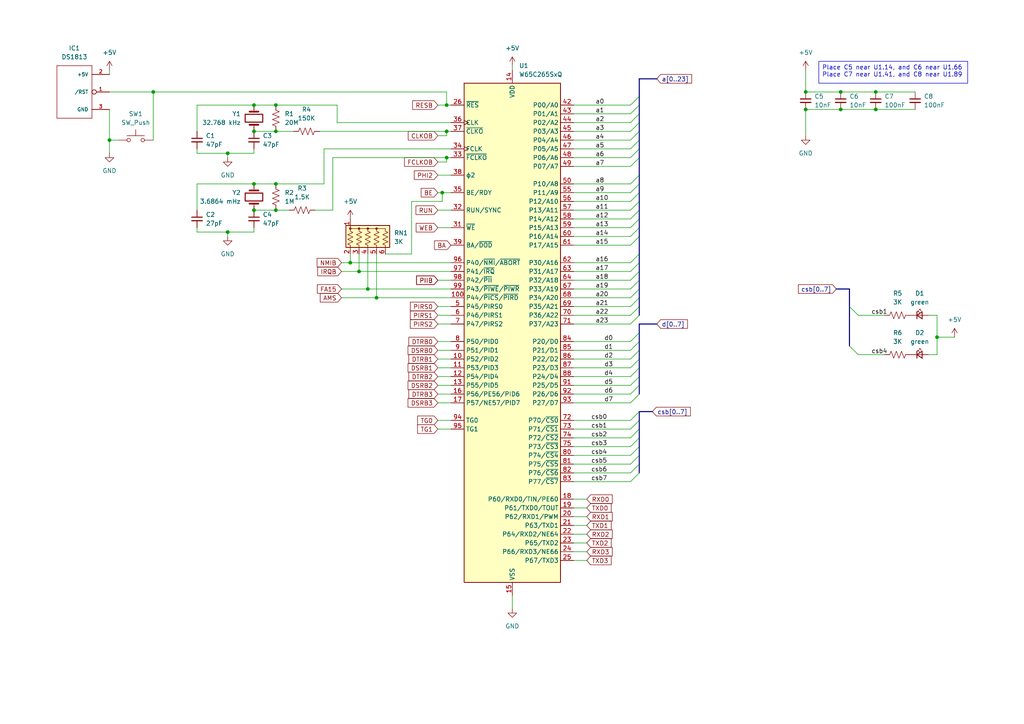
<source format=kicad_sch>
(kicad_sch (version 20250114) (generator "eeschema") (generator_version "9.0")
  (paper "A4")
  (lib_symbols
    (symbol "Device:C_Small" (pin_numbers (hide yes)) (pin_names (offset 0.254) (hide yes))
      (property "Reference" "C" (at 0.254 1.778 0))
      (property "Value" "C_Small" (at 0.254 -2.032 0))
      (symbol "C_Small_0_1"
        (polyline (pts (xy -1.524 0.508) (xy 1.524 0.508)) (stroke (width 0.3048)))
        (polyline (pts (xy -1.524 -0.508) (xy 1.524 -0.508)) (stroke (width 0.3302)))
      )
      (symbol "C_Small_1_1"
        (pin passive line (at 0 2.54 270) (length 2.032) (name "~") (number "1"))
        (pin passive line (at 0 -2.54 90) (length 2.032) (name "~") (number "2"))
      )
    )
    (symbol "Device:Crystal" (pin_numbers (hide yes)) (pin_names (offset 1.016) (hide yes))
      (property "Reference" "Y" (at 0 3.81 0))
      (property "Value" "Crystal" (at 0 -3.81 0))
      (symbol "Crystal_0_1"
        (polyline (pts (xy -2.54 0) (xy -1.905 0)))
        (polyline (pts (xy -1.905 -1.27) (xy -1.905 1.27)) (stroke (width 0.508)))
        (rectangle (start -1.143 2.54) (end 1.143 -2.54) (stroke (width 0.3048)))
        (polyline (pts (xy 1.905 -1.27) (xy 1.905 1.27)) (stroke (width 0.508)))
        (polyline (pts (xy 2.54 0) (xy 1.905 0)))
      )
      (symbol "Crystal_1_1"
        (pin passive line (at -3.81 0 0) (length 1.27) (name "1") (number "1"))
        (pin passive line (at 3.81 0 180) (length 1.27) (name "2") (number "2"))
      )
    )
    (symbol "Device:LED_Small" (pin_numbers (hide yes)) (pin_names (offset 0.254) (hide yes))
      (property "Reference" "D" (at -1.27 3.175 0))
      (property "Value" "LED_Small" (at -4.445 -2.54 0))
      (symbol "LED_Small_0_1"
        (polyline (pts (xy -0.762 -1.016) (xy -0.762 1.016)) (stroke (width 0.254)))
        (polyline (pts (xy 0 0.762) (xy -0.508 1.27) (xy -0.254 1.27) (xy -0.508 1.27) (xy -0.508 1.016)))
        (polyline (pts (xy 0.508 1.27) (xy 0 1.778) (xy 0.254 1.778) (xy 0 1.778) (xy 0 1.524)))
        (polyline (pts (xy 0.762 -1.016) (xy -0.762 0) (xy 0.762 1.016) (xy 0.762 -1.016)) (stroke (width 0.254)))
        (polyline (pts (xy 1.016 0) (xy -0.762 0)))
      )
      (symbol "LED_Small_1_1"
        (pin passive line (at -2.54 0 0) (length 1.778) (name "K") (number "1"))
        (pin passive line (at 2.54 0 180) (length 1.778) (name "A") (number "2"))
      )
    )
    (symbol "Device:R_Network05_US" (pin_names (offset 0) (hide yes))
      (property "Reference" "RN" (at -7.62 0 90))
      (property "Value" "R_Network05_US" (at 7.62 0 90))
      (symbol "R_Network05_US_0_1"
        (rectangle (start -6.35 -3.175) (end 6.35 3.175) (stroke (width 0.254)) (fill (type background)))
        (circle (center -5.08 2.286) (radius 0.254) (fill (type outline)))
        (polyline (pts (xy -5.08 2.286) (xy 5.08 2.286)))
        (polyline (pts (xy -5.08 2.286) (xy -5.08 1.524) (xy -4.318 1.1684) (xy -5.842 0.508) (xy -4.318 -0.1524) (xy -5.842 -0.8382) (xy -4.318 -1.524) (xy -5.842 -2.1844) (xy -5.08 -2.54) (xy -5.08 -3.81)))
        (circle (center -2.54 2.286) (radius 0.254) (fill (type outline)))
        (polyline (pts (xy -2.54 2.286) (xy -2.54 1.524) (xy -1.778 1.1684) (xy -3.302 0.508) (xy -1.778 -0.1524) (xy -3.302 -0.8382) (xy -1.778 -1.524) (xy -3.302 -2.1844) (xy -2.54 -2.54) (xy -2.54 -3.81)))
        (circle (center 0 2.286) (radius 0.254) (fill (type outline)))
        (polyline (pts (xy 0 2.286) (xy 0 1.524) (xy 0.762 1.1684) (xy -0.762 0.508) (xy 0.762 -0.1524) (xy -0.762 -0.8382) (xy 0.762 -1.524) (xy -0.762 -2.1844) (xy 0 -2.54) (xy 0 -3.81)))
        (polyline (pts (xy 2.54 2.286) (xy 2.54 1.524) (xy 3.302 1.1684) (xy 1.778 0.508) (xy 3.302 -0.1524) (xy 1.778 -0.8382) (xy 3.302 -1.524) (xy 1.778 -2.1844) (xy 2.54 -2.54) (xy 2.54 -3.81)))
        (circle (center 2.54 2.286) (radius 0.254) (fill (type outline)))
        (polyline (pts (xy 5.08 2.286) (xy 5.08 1.524) (xy 5.842 1.1684) (xy 4.318 0.508) (xy 5.842 -0.1524) (xy 4.318 -0.8382) (xy 5.842 -1.524) (xy 4.318 -2.1844) (xy 5.08 -2.54) (xy 5.08 -3.81)))
      )
      (symbol "R_Network05_US_1_1"
        (pin passive line (at -5.08 5.08 270) (length 2.54) (name "common") (number "1"))
        (pin passive line (at -5.08 -5.08 90) (length 1.27) (name "R1") (number "2"))
        (pin passive line (at -2.54 -5.08 90) (length 1.27) (name "R2") (number "3"))
        (pin passive line (at 0 -5.08 90) (length 1.27) (name "R3") (number "4"))
        (pin passive line (at 2.54 -5.08 90) (length 1.27) (name "R4") (number "5"))
        (pin passive line (at 5.08 -5.08 90) (length 1.27) (name "R5") (number "6"))
      )
    )
    (symbol "Device:R_US" (pin_numbers (hide yes)) (pin_names (offset 0))
      (property "Reference" "R" (at 2.54 0 90))
      (property "Value" "R_US" (at -2.54 0 90))
      (symbol "R_US_0_1"
        (polyline (pts (xy 0 2.286) (xy 0 2.54)))
        (polyline (pts (xy 0 2.286) (xy 1.016 1.905) (xy 0 1.524) (xy -1.016 1.143) (xy 0 0.762)))
        (polyline (pts (xy 0 0.762) (xy 1.016 0.381) (xy 0 0) (xy -1.016 -0.381) (xy 0 -0.762)))
        (polyline (pts (xy 0 -0.762) (xy 1.016 -1.143) (xy 0 -1.524) (xy -1.016 -1.905) (xy 0 -2.286)))
        (polyline (pts (xy 0 -2.286) (xy 0 -2.54)))
      )
      (symbol "R_US_1_1"
        (pin passive line (at 0 3.81 270) (length 1.27) (name "~") (number "1"))
        (pin passive line (at 0 -3.81 90) (length 1.27) (name "~") (number "2"))
      )
    )
    (symbol "PCM_65xx-library:W65C265SxQ"
      (property "Reference" "U" (at 2.54 77.47 0))
      (property "Value" "W65C265SxQ" (at 2.54 74.93 0))
      (symbol "W65C265SxQ_0_1"
        (rectangle (start -13.97 72.39) (end 13.97 -72.39) (stroke (width 0.254)) (fill (type background)))
      )
      (symbol "W65C265SxQ_1_1"
        (pin open_collector line (at -17.78 66.04 0) (length 3.81) (name "~{RES}") (number "26"))
        (pin input clock (at -17.78 60.96 0) (length 3.81) (name "CLK") (number "36"))
        (pin output line (at -17.78 58.42 0) (length 3.81) (name "~{CLKO}") (number "37"))
        (pin input clock (at -17.78 53.34 0) (length 3.81) (name "FCLK") (number "34"))
        (pin output line (at -17.78 50.8 0) (length 3.81) (name "~{FCLKO}") (number "33"))
        (pin output line (at -17.78 45.72 0) (length 3.81) (name "ϕ2") (number "38"))
        (pin input line (at -17.78 40.64 0) (length 3.81) (name "BE/RDY") (number "35"))
        (pin output line (at -17.78 35.56 0) (length 3.81) (name "RUN/SYNC") (number "32"))
        (pin bidirectional line (at -17.78 30.48 0) (length 3.81) (name "~{WE}") (number "31"))
        (pin output line (at -17.78 25.4 0) (length 3.81) (name "BA/~{DOD}") (number "39"))
        (pin bidirectional line (at -17.78 20.32 0) (length 3.81) (name "P40/~{NMI}/~{ABORT}") (number "96"))
        (pin bidirectional line (at -17.78 17.78 0) (length 3.81) (name "P41/~{IRQ}") (number "97"))
        (pin bidirectional line (at -17.78 15.24 0) (length 3.81) (name "P42/~{PII}") (number "98"))
        (pin bidirectional line (at -17.78 12.7 0) (length 3.81) (name "P43/~{PIWE}/~{PIWR}") (number "99"))
        (pin bidirectional line (at -17.78 10.16 0) (length 3.81) (name "P44/~{PICS}/~{PIRD}") (number "100"))
        (pin bidirectional line (at -17.78 7.62 0) (length 3.81) (name "P45/PIRS0") (number "5"))
        (pin bidirectional line (at -17.78 5.08 0) (length 3.81) (name "P46/PIRS1") (number "6"))
        (pin bidirectional line (at -17.78 2.54 0) (length 3.81) (name "P47/PIRS2") (number "7"))
        (pin bidirectional line (at -17.78 -2.54 0) (length 3.81) (name "P50/PID0") (number "8"))
        (pin bidirectional line (at -17.78 -5.08 0) (length 3.81) (name "P51/PID1") (number "9"))
        (pin bidirectional line (at -17.78 -7.62 0) (length 3.81) (name "P52/PID2") (number "10"))
        (pin bidirectional line (at -17.78 -10.16 0) (length 3.81) (name "P53/PID3") (number "11"))
        (pin bidirectional line (at -17.78 -12.7 0) (length 3.81) (name "P54/PID4") (number "12"))
        (pin bidirectional line (at -17.78 -15.24 0) (length 3.81) (name "P55/PID5") (number "13"))
        (pin bidirectional line (at -17.78 -17.78 0) (length 3.81) (name "P56/PE56/PID6") (number "16"))
        (pin bidirectional line (at -17.78 -20.32 0) (length 3.81) (name "P57/NE57/PID7") (number "17"))
        (pin output line (at -17.78 -25.4 0) (length 3.81) (name "TG0") (number "94"))
        (pin output line (at -17.78 -27.94 0) (length 3.81) (name "TG1") (number "95"))
        (pin no_connect non_logic (at -13.97 -30.48 0) (length 2.54) (hide yes) (name "nc") (number "1"))
        (pin no_connect non_logic (at -13.97 -33.02 0) (length 2.54) (hide yes) (name "nc") (number "2"))
        (pin no_connect non_logic (at -13.97 -35.56 0) (length 2.54) (hide yes) (name "nc") (number "3"))
        (pin no_connect non_logic (at -13.97 -38.1 0) (length 2.54) (hide yes) (name "nc") (number "4"))
        (pin no_connect non_logic (at -13.97 -40.64 0) (length 2.54) (hide yes) (name "nc") (number "27"))
        (pin no_connect non_logic (at -13.97 -43.18 0) (length 2.54) (hide yes) (name "nc") (number "28"))
        (pin no_connect non_logic (at -13.97 -45.72 0) (length 2.54) (hide yes) (name "nc") (number "29"))
        (pin no_connect non_logic (at -13.97 -48.26 0) (length 2.54) (hide yes) (name "nc") (number "30"))
        (pin no_connect non_logic (at -13.97 -50.8 0) (length 2.54) (hide yes) (name "nc") (number "51"))
        (pin no_connect non_logic (at -13.97 -53.34 0) (length 2.54) (hide yes) (name "nc") (number "52"))
        (pin no_connect non_logic (at -13.97 -55.88 0) (length 2.54) (hide yes) (name "nc") (number "53"))
        (pin no_connect non_logic (at -13.97 -58.42 0) (length 2.54) (hide yes) (name "nc") (number "54"))
        (pin no_connect non_logic (at -13.97 -60.96 0) (length 2.54) (hide yes) (name "nc") (number "76"))
        (pin no_connect non_logic (at -13.97 -63.5 0) (length 2.54) (hide yes) (name "nc") (number "77"))
        (pin no_connect non_logic (at -13.97 -66.04 0) (length 2.54) (hide yes) (name "nc") (number "78"))
        (pin no_connect non_logic (at -13.97 -68.58 0) (length 2.54) (hide yes) (name "nc") (number "79"))
        (pin power_in line (at 0 76.2 270) (length 3.81) (name "VDD") (number "14"))
        (pin passive line (at 0 76.2 270) (length 3.81) (hide yes) (name "VDD") (number "41"))
        (pin passive line (at 0 76.2 270) (length 3.81) (hide yes) (name "VDD") (number "66"))
        (pin passive line (at 0 76.2 270) (length 3.81) (hide yes) (name "VDD") (number "89"))
        (pin power_in line (at 0 -76.2 90) (length 3.81) (name "VSS") (number "15"))
        (pin passive line (at 0 -76.2 90) (length 3.81) (hide yes) (name "VSS") (number "40"))
        (pin passive line (at 0 -76.2 90) (length 3.81) (hide yes) (name "VSS") (number "65"))
        (pin passive line (at 0 -76.2 90) (length 3.81) (hide yes) (name "VSS") (number "90"))
        (pin bidirectional line (at 17.78 66.04 180) (length 3.81) (name "P00/A0") (number "42"))
        (pin bidirectional line (at 17.78 63.5 180) (length 3.81) (name "P01/A1") (number "43"))
        (pin bidirectional line (at 17.78 60.96 180) (length 3.81) (name "P02/A2") (number "44"))
        (pin bidirectional line (at 17.78 58.42 180) (length 3.81) (name "P03/A3") (number "45"))
        (pin bidirectional line (at 17.78 55.88 180) (length 3.81) (name "P04/A4") (number "46"))
        (pin bidirectional line (at 17.78 53.34 180) (length 3.81) (name "P05/A5") (number "47"))
        (pin bidirectional line (at 17.78 50.8 180) (length 3.81) (name "P06/A6") (number "48"))
        (pin bidirectional line (at 17.78 48.26 180) (length 3.81) (name "P07/A7") (number "49"))
        (pin bidirectional line (at 17.78 43.18 180) (length 3.81) (name "P10/A8") (number "50"))
        (pin bidirectional line (at 17.78 40.64 180) (length 3.81) (name "P11/A9") (number "55"))
        (pin bidirectional line (at 17.78 38.1 180) (length 3.81) (name "P12/A10") (number "56"))
        (pin bidirectional line (at 17.78 35.56 180) (length 3.81) (name "P13/A11") (number "57"))
        (pin bidirectional line (at 17.78 33.02 180) (length 3.81) (name "P14/A12") (number "58"))
        (pin bidirectional line (at 17.78 30.48 180) (length 3.81) (name "P15/A13") (number "59"))
        (pin bidirectional line (at 17.78 27.94 180) (length 3.81) (name "P16/A14") (number "60"))
        (pin bidirectional line (at 17.78 25.4 180) (length 3.81) (name "P17/A15") (number "61"))
        (pin bidirectional line (at 17.78 20.32 180) (length 3.81) (name "P30/A16") (number "62"))
        (pin bidirectional line (at 17.78 17.78 180) (length 3.81) (name "P31/A17") (number "63"))
        (pin bidirectional line (at 17.78 15.24 180) (length 3.81) (name "P32/A18") (number "64"))
        (pin bidirectional line (at 17.78 12.7 180) (length 3.81) (name "P33/A19") (number "67"))
        (pin bidirectional line (at 17.78 10.16 180) (length 3.81) (name "P34/A20") (number "68"))
        (pin bidirectional line (at 17.78 7.62 180) (length 3.81) (name "P35/A21") (number "69"))
        (pin bidirectional line (at 17.78 5.08 180) (length 3.81) (name "P36/A22") (number "70"))
        (pin bidirectional line (at 17.78 2.54 180) (length 3.81) (name "P37/A23") (number "71"))
        (pin bidirectional line (at 17.78 -2.54 180) (length 3.81) (name "P20/D0") (number "84"))
        (pin bidirectional line (at 17.78 -5.08 180) (length 3.81) (name "P21/D1") (number "85"))
        (pin bidirectional line (at 17.78 -7.62 180) (length 3.81) (name "P22/D2") (number "86"))
        (pin bidirectional line (at 17.78 -10.16 180) (length 3.81) (name "P23/D3") (number "87"))
        (pin bidirectional line (at 17.78 -12.7 180) (length 3.81) (name "P24/D4") (number "88"))
        (pin bidirectional line (at 17.78 -15.24 180) (length 3.81) (name "P25/D5") (number "91"))
        (pin bidirectional line (at 17.78 -17.78 180) (length 3.81) (name "P26/D6") (number "92"))
        (pin bidirectional line (at 17.78 -20.32 180) (length 3.81) (name "P27/D7") (number "93"))
        (pin bidirectional line (at 17.78 -25.4 180) (length 3.81) (name "P70/~{CS0}") (number "72"))
        (pin bidirectional line (at 17.78 -27.94 180) (length 3.81) (name "P71/~{CS1}") (number "73"))
        (pin bidirectional line (at 17.78 -30.48 180) (length 3.81) (name "P72/~{CS2}") (number "74"))
        (pin bidirectional line (at 17.78 -33.02 180) (length 3.81) (name "P73/~{CS3}") (number "75"))
        (pin bidirectional line (at 17.78 -35.56 180) (length 3.81) (name "P74/~{CS4}") (number "80"))
        (pin bidirectional line (at 17.78 -38.1 180) (length 3.81) (name "P75/~{CS5}") (number "81"))
        (pin bidirectional line (at 17.78 -40.64 180) (length 3.81) (name "P76/~{CS6}") (number "82"))
        (pin bidirectional line (at 17.78 -43.18 180) (length 3.81) (name "P77/~{CS7}") (number "83"))
        (pin bidirectional line (at 17.78 -48.26 180) (length 3.81) (name "P60/RXD0/TIN/PE60") (number "18"))
        (pin bidirectional line (at 17.78 -50.8 180) (length 3.81) (name "P61/TXD0/TOUT") (number "19"))
        (pin bidirectional line (at 17.78 -53.34 180) (length 3.81) (name "P62/RXD1/PWM") (number "20"))
        (pin bidirectional line (at 17.78 -55.88 180) (length 3.81) (name "P63/TXD1") (number "21"))
        (pin bidirectional line (at 17.78 -58.42 180) (length 3.81) (name "P64/RXD2/NE64") (number "22"))
        (pin bidirectional line (at 17.78 -60.96 180) (length 3.81) (name "P65/TXD2") (number "23"))
        (pin bidirectional line (at 17.78 -63.5 180) (length 3.81) (name "P66/RXD3/NE66") (number "24"))
        (pin bidirectional line (at 17.78 -66.04 180) (length 3.81) (name "P67/TXD3") (number "25"))
      )
    )
    (symbol "Switch:SW_Push" (pin_numbers (hide yes)) (pin_names (offset 1.016) (hide yes))
      (property "Reference" "SW" (at 1.27 2.54 0))
      (property "Value" "SW_Push" (at 0 -1.524 0))
      (symbol "SW_Push_0_1"
        (circle (center -2.032 0) (radius 0.508))
        (polyline (pts (xy 0 1.27) (xy 0 3.048)))
        (circle (center 2.032 0) (radius 0.508))
        (polyline (pts (xy 2.54 1.27) (xy -2.54 1.27)))
        (pin passive line (at -5.08 0 0) (length 2.54) (name "1") (number "1"))
        (pin passive line (at 5.08 0 180) (length 2.54) (name "2") (number "2"))
      )
    )
    (symbol "oshec_ds1813_revised:DS1813" (pin_names (offset 1.016))
      (property "Reference" "IC" (at -2.54 -10.16 0))
      (property "Value" "DS1813" (at -2.54 -12.7 0))
      (symbol "DS1813_1_0"
        (polyline (pts (xy -2.54 7.62) (xy -2.54 -7.62)))
        (polyline (pts (xy -2.54 -7.62) (xy 7.62 -7.62)))
        (polyline (pts (xy 7.62 7.62) (xy -2.54 7.62)))
        (polyline (pts (xy 7.62 -7.62) (xy 7.62 7.62)))
      )
      (symbol "DS1813_1_1"
        (pin power_in line (at 12.7 5.08 180) (length 5.08) (name "+5V") (number "2"))
        (pin passive inverted (at 12.7 0 180) (length 5.08) (name "/RST") (number "1"))
        (pin power_in line (at 12.7 -5.08 180) (length 5.08) (name "GND") (number "3"))
      )
    )
    (symbol "power:+5V" (power) (pin_names (offset 0))
      (property "Value" "+5V" (at 0 3.556 0))
      (symbol "+5V_0_1"
        (polyline (pts (xy -0.762 1.27) (xy 0 2.54)))
        (polyline (pts (xy 0 2.54) (xy 0.762 1.27)))
        (polyline (pts (xy 0 0) (xy 0 2.54)))
      )
      (symbol "+5V_1_1"
        (pin power_in line (at 0 0 90) (length 0) (hide yes) (name "+5V") (number "1"))
      )
    )
    (symbol "power:GND" (power) (pin_names (offset 0))
      (property "Value" "GND" (at 0 -3.81 0))
      (symbol "GND_0_1"
        (polyline (pts (xy 0 0) (xy 0 -1.27) (xy 1.27 -1.27) (xy 0 -2.54) (xy -1.27 -1.27) (xy 0 -1.27)))
      )
      (symbol "GND_1_1"
        (pin power_in line (at 0 0 270) (length 0) (hide yes) (name "GND") (number "1"))
      )
    )
  )
  (text_box "Place C5 near U1.14, and C6 near U1.66\nPlace C7 near U1.41, and C8 near U1.89" (at 237.49 17.78 0) (size 43.18 6.35) (margins 0.9525 0.9525 0.9525 0.9525) (effects (font (size 1.27 1.27)) (justify left top)))
  (junction (at 44.45 26.67))
  (junction (at 233.68 31.75))
  (junction (at 73.66 30.48))
  (junction (at 31.75 40.64))
  (junction (at 66.04 67.31))
  (junction (at 73.66 38.1))
  (junction (at 80.01 53.34))
  (junction (at 106.68 83.82))
  (junction (at 80.01 60.96))
  (junction (at 129.54 38.1))
  (junction (at 243.84 31.75))
  (junction (at 243.84 26.67))
  (junction (at 109.22 86.36))
  (junction (at 129.54 45.72))
  (junction (at 254 31.75))
  (junction (at 80.01 38.1))
  (junction (at 129.54 30.48))
  (junction (at 80.01 30.48))
  (junction (at 73.66 53.34))
  (junction (at 254 26.67))
  (junction (at 128.27 55.88))
  (junction (at 271.78 97.79))
  (junction (at 104.14 78.74))
  (junction (at 101.6 76.2))
  (junction (at 66.04 44.45))
  (junction (at 233.68 26.67))
  (junction (at 73.66 60.96))
  (bus_entry (at 185.42 96.52) (size -2.54 2.54))
  (bus_entry (at 185.42 58.42) (size -2.54 2.54))
  (bus_entry (at 185.42 88.9) (size -2.54 2.54))
  (bus_entry (at 185.42 30.48) (size -2.54 2.54))
  (bus_entry (at 185.42 86.36) (size -2.54 2.54))
  (bus_entry (at 185.42 109.22) (size -2.54 2.54))
  (bus_entry (at 185.42 137.16) (size -2.54 2.54))
  (bus_entry (at 185.42 38.1) (size -2.54 2.54))
  (bus_entry (at 246.38 100.33) (size 2.54 2.54))
  (bus_entry (at 185.42 45.72) (size -2.54 2.54))
  (bus_entry (at 246.38 88.9) (size 2.54 2.54))
  (bus_entry (at 185.42 33.02) (size -2.54 2.54))
  (bus_entry (at 185.42 101.6) (size -2.54 2.54))
  (bus_entry (at 185.42 99.06) (size -2.54 2.54))
  (bus_entry (at 185.42 83.82) (size -2.54 2.54))
  (bus_entry (at 185.42 129.54) (size -2.54 2.54))
  (bus_entry (at 185.42 73.66) (size -2.54 2.54))
  (bus_entry (at 185.42 60.96) (size -2.54 2.54))
  (bus_entry (at 185.42 111.76) (size -2.54 2.54))
  (bus_entry (at 185.42 121.92) (size -2.54 2.54))
  (bus_entry (at 185.42 66.04) (size -2.54 2.54))
  (bus_entry (at 185.42 55.88) (size -2.54 2.54))
  (bus_entry (at 185.42 50.8) (size -2.54 2.54))
  (bus_entry (at 185.42 91.44) (size -2.54 2.54))
  (bus_entry (at 185.42 76.2) (size -2.54 2.54))
  (bus_entry (at 185.42 27.94) (size -2.54 2.54))
  (bus_entry (at 185.42 43.18) (size -2.54 2.54))
  (bus_entry (at 185.42 35.56) (size -2.54 2.54))
  (bus_entry (at 185.42 78.74) (size -2.54 2.54))
  (bus_entry (at 185.42 68.58) (size -2.54 2.54))
  (bus_entry (at 185.42 40.64) (size -2.54 2.54))
  (bus_entry (at 185.42 106.68) (size -2.54 2.54))
  (bus_entry (at 185.42 127) (size -2.54 2.54))
  (bus_entry (at 185.42 119.38) (size -2.54 2.54))
  (bus_entry (at 185.42 114.3) (size -2.54 2.54))
  (bus_entry (at 185.42 81.28) (size -2.54 2.54))
  (bus_entry (at 185.42 134.62) (size -2.54 2.54))
  (bus_entry (at 185.42 124.46) (size -2.54 2.54))
  (bus_entry (at 185.42 63.5) (size -2.54 2.54))
  (bus_entry (at 185.42 132.08) (size -2.54 2.54))
  (bus_entry (at 185.42 53.34) (size -2.54 2.54))
  (bus_entry (at 185.42 104.14) (size -2.54 2.54))
  (wire (pts (xy 104.14 78.74) (xy 130.81 78.74)))
  (bus (pts (xy 185.42 88.9) (xy 185.42 86.36)))
  (bus (pts (xy 185.42 93.98) (xy 190.5 93.98)))
  (bus (pts (xy 185.42 106.68) (xy 185.42 109.22)))
  (wire (pts (xy 127 104.14) (xy 130.81 104.14)))
  (wire (pts (xy 127 121.92) (xy 130.81 121.92)))
  (wire (pts (xy 166.37 63.5) (xy 182.88 63.5)))
  (wire (pts (xy 166.37 144.78) (xy 170.18 144.78)))
  (wire (pts (xy 127 114.3) (xy 130.81 114.3)))
  (wire (pts (xy 271.78 97.79) (xy 271.78 102.87)))
  (wire (pts (xy 101.6 73.66) (xy 101.6 76.2)))
  (bus (pts (xy 185.42 50.8) (xy 185.42 53.34)))
  (bus (pts (xy 185.42 66.04) (xy 185.42 63.5)))
  (wire (pts (xy 127 81.28) (xy 130.81 81.28)))
  (wire (pts (xy 73.66 53.34) (xy 80.01 53.34)))
  (wire (pts (xy 166.37 78.74) (xy 182.88 78.74)))
  (wire (pts (xy 109.22 86.36) (xy 130.81 86.36)))
  (wire (pts (xy 233.68 31.75) (xy 233.68 39.37)))
  (wire (pts (xy 166.37 58.42) (xy 182.88 58.42)))
  (wire (pts (xy 166.37 106.68) (xy 182.88 106.68)))
  (wire (pts (xy 166.37 109.22) (xy 182.88 109.22)))
  (wire (pts (xy 127 55.88) (xy 128.27 55.88)))
  (wire (pts (xy 127 60.96) (xy 130.81 60.96)))
  (bus (pts (xy 185.42 30.48) (xy 185.42 27.94)))
  (wire (pts (xy 96.52 45.72) (xy 129.54 45.72)))
  (wire (pts (xy 166.37 149.86) (xy 170.18 149.86)))
  (wire (pts (xy 80.01 53.34) (xy 93.98 53.34)))
  (bus (pts (xy 185.42 101.6) (xy 185.42 104.14)))
  (wire (pts (xy 101.6 76.2) (xy 130.81 76.2)))
  (wire (pts (xy 31.75 26.67) (xy 44.45 26.67)))
  (bus (pts (xy 185.42 137.16) (xy 185.42 134.62)))
  (wire (pts (xy 129.54 26.67) (xy 129.54 30.48)))
  (wire (pts (xy 166.37 116.84) (xy 182.88 116.84)))
  (wire (pts (xy 66.04 67.31) (xy 66.04 68.58)))
  (wire (pts (xy 248.92 102.87) (xy 256.54 102.87)))
  (wire (pts (xy 166.37 55.88) (xy 182.88 55.88)))
  (wire (pts (xy 129.54 45.72) (xy 130.81 45.72)))
  (bus (pts (xy 185.42 76.2) (xy 185.42 73.66)))
  (wire (pts (xy 57.15 53.34) (xy 73.66 53.34)))
  (wire (pts (xy 127 50.8) (xy 130.81 50.8)))
  (bus (pts (xy 185.42 78.74) (xy 185.42 76.2)))
  (wire (pts (xy 127 106.68) (xy 130.81 106.68)))
  (wire (pts (xy 73.66 44.45) (xy 66.04 44.45)))
  (wire (pts (xy 57.15 66.04) (xy 57.15 67.31)))
  (wire (pts (xy 166.37 114.3) (xy 182.88 114.3)))
  (bus (pts (xy 185.42 35.56) (xy 185.42 33.02)))
  (wire (pts (xy 109.22 73.66) (xy 109.22 86.36)))
  (bus (pts (xy 185.42 109.22) (xy 185.42 111.76)))
  (wire (pts (xy 243.84 26.67) (xy 254 26.67)))
  (wire (pts (xy 166.37 91.44) (xy 182.88 91.44)))
  (bus (pts (xy 185.42 38.1) (xy 185.42 35.56)))
  (wire (pts (xy 57.15 67.31) (xy 66.04 67.31)))
  (wire (pts (xy 73.66 66.04) (xy 73.66 67.31)))
  (wire (pts (xy 130.81 43.18) (xy 93.98 43.18)))
  (wire (pts (xy 166.37 134.62) (xy 182.88 134.62)))
  (wire (pts (xy 254 31.75) (xy 265.43 31.75)))
  (wire (pts (xy 57.15 30.48) (xy 73.66 30.48)))
  (wire (pts (xy 99.06 78.74) (xy 104.14 78.74)))
  (wire (pts (xy 166.37 33.02) (xy 182.88 33.02)))
  (wire (pts (xy 166.37 132.08) (xy 182.88 132.08)))
  (wire (pts (xy 31.75 40.64) (xy 34.29 40.64)))
  (bus (pts (xy 185.42 96.52) (xy 185.42 99.06)))
  (bus (pts (xy 185.42 33.02) (xy 185.42 30.48)))
  (wire (pts (xy 233.68 31.75) (xy 243.84 31.75)))
  (bus (pts (xy 185.42 45.72) (xy 185.42 50.8)))
  (bus (pts (xy 185.42 93.98) (xy 185.42 96.52)))
  (bus (pts (xy 185.42 129.54) (xy 185.42 127)))
  (wire (pts (xy 104.14 73.66) (xy 104.14 78.74)))
  (wire (pts (xy 166.37 99.06) (xy 182.88 99.06)))
  (wire (pts (xy 119.38 73.66) (xy 111.76 73.66)))
  (wire (pts (xy 31.75 20.32) (xy 31.75 21.59)))
  (bus (pts (xy 246.38 88.9) (xy 246.38 100.33)))
  (wire (pts (xy 127 93.98) (xy 130.81 93.98)))
  (wire (pts (xy 44.45 26.67) (xy 44.45 40.64)))
  (wire (pts (xy 166.37 83.82) (xy 182.88 83.82)))
  (wire (pts (xy 166.37 104.14) (xy 182.88 104.14)))
  (wire (pts (xy 127 88.9) (xy 130.81 88.9)))
  (bus (pts (xy 185.42 104.14) (xy 185.42 106.68)))
  (wire (pts (xy 127 101.6) (xy 130.81 101.6)))
  (wire (pts (xy 128.27 55.88) (xy 130.81 55.88)))
  (wire (pts (xy 166.37 93.98) (xy 182.88 93.98)))
  (wire (pts (xy 119.38 58.42) (xy 119.38 73.66)))
  (wire (pts (xy 128.27 58.42) (xy 119.38 58.42)))
  (wire (pts (xy 166.37 43.18) (xy 182.88 43.18)))
  (bus (pts (xy 185.42 86.36) (xy 185.42 83.82)))
  (wire (pts (xy 166.37 38.1) (xy 182.88 38.1)))
  (wire (pts (xy 129.54 38.1) (xy 129.54 39.37)))
  (bus (pts (xy 185.42 121.92) (xy 185.42 119.38)))
  (wire (pts (xy 166.37 40.64) (xy 182.88 40.64)))
  (wire (pts (xy 129.54 38.1) (xy 130.81 38.1)))
  (wire (pts (xy 129.54 30.48) (xy 130.81 30.48)))
  (wire (pts (xy 166.37 154.94) (xy 170.18 154.94)))
  (bus (pts (xy 185.42 27.94) (xy 185.42 22.86)))
  (wire (pts (xy 83.82 60.96) (xy 80.01 60.96)))
  (bus (pts (xy 185.42 78.74) (xy 185.42 81.28)))
  (wire (pts (xy 127 91.44) (xy 130.81 91.44)))
  (bus (pts (xy 185.42 91.44) (xy 185.42 88.9)))
  (wire (pts (xy 73.66 43.18) (xy 73.66 44.45)))
  (wire (pts (xy 85.09 38.1) (xy 80.01 38.1)))
  (wire (pts (xy 166.37 76.2) (xy 182.88 76.2)))
  (wire (pts (xy 166.37 53.34) (xy 182.88 53.34)))
  (wire (pts (xy 57.15 60.96) (xy 57.15 53.34)))
  (wire (pts (xy 99.06 86.36) (xy 109.22 86.36)))
  (wire (pts (xy 127 46.99) (xy 129.54 46.99)))
  (wire (pts (xy 129.54 26.67) (xy 44.45 26.67)))
  (wire (pts (xy 166.37 139.7) (xy 182.88 139.7)))
  (bus (pts (xy 185.42 83.82) (xy 185.42 81.28)))
  (wire (pts (xy 148.59 172.72) (xy 148.59 176.53)))
  (bus (pts (xy 185.42 40.64) (xy 185.42 38.1)))
  (wire (pts (xy 127 99.06) (xy 130.81 99.06)))
  (bus (pts (xy 185.42 60.96) (xy 185.42 58.42)))
  (bus (pts (xy 185.42 124.46) (xy 185.42 121.92)))
  (wire (pts (xy 97.79 35.56) (xy 130.81 35.56)))
  (wire (pts (xy 271.78 91.44) (xy 271.78 97.79)))
  (wire (pts (xy 92.71 38.1) (xy 129.54 38.1)))
  (wire (pts (xy 99.06 83.82) (xy 106.68 83.82)))
  (bus (pts (xy 185.42 22.86) (xy 190.5 22.86)))
  (wire (pts (xy 166.37 160.02) (xy 170.18 160.02)))
  (wire (pts (xy 73.66 67.31) (xy 66.04 67.31)))
  (bus (pts (xy 185.42 45.72) (xy 185.42 43.18)))
  (bus (pts (xy 246.38 83.82) (xy 246.38 88.9)))
  (wire (pts (xy 166.37 35.56) (xy 182.88 35.56)))
  (wire (pts (xy 99.06 76.2) (xy 101.6 76.2)))
  (bus (pts (xy 185.42 99.06) (xy 185.42 101.6)))
  (wire (pts (xy 271.78 91.44) (xy 269.24 91.44)))
  (wire (pts (xy 269.24 102.87) (xy 271.78 102.87)))
  (wire (pts (xy 129.54 46.99) (xy 129.54 45.72)))
  (wire (pts (xy 233.68 20.32) (xy 233.68 26.67)))
  (wire (pts (xy 97.79 30.48) (xy 97.79 35.56)))
  (bus (pts (xy 185.42 134.62) (xy 185.42 132.08)))
  (wire (pts (xy 166.37 81.28) (xy 182.88 81.28)))
  (wire (pts (xy 166.37 121.92) (xy 182.88 121.92)))
  (wire (pts (xy 80.01 30.48) (xy 97.79 30.48)))
  (bus (pts (xy 185.42 127) (xy 185.42 124.46)))
  (wire (pts (xy 80.01 38.1) (xy 73.66 38.1)))
  (bus (pts (xy 185.42 43.18) (xy 185.42 40.64)))
  (wire (pts (xy 128.27 55.88) (xy 128.27 58.42)))
  (wire (pts (xy 127 124.46) (xy 130.81 124.46)))
  (wire (pts (xy 166.37 129.54) (xy 182.88 129.54)))
  (wire (pts (xy 91.44 60.96) (xy 96.52 60.96)))
  (wire (pts (xy 31.75 40.64) (xy 31.75 44.45)))
  (wire (pts (xy 166.37 127) (xy 182.88 127)))
  (wire (pts (xy 166.37 137.16) (xy 182.88 137.16)))
  (wire (pts (xy 166.37 101.6) (xy 182.88 101.6)))
  (wire (pts (xy 166.37 60.96) (xy 182.88 60.96)))
  (wire (pts (xy 248.92 91.44) (xy 256.54 91.44)))
  (bus (pts (xy 246.38 83.82) (xy 242.57 83.82)))
  (wire (pts (xy 166.37 86.36) (xy 182.88 86.36)))
  (wire (pts (xy 73.66 30.48) (xy 80.01 30.48)))
  (wire (pts (xy 166.37 68.58) (xy 182.88 68.58)))
  (wire (pts (xy 31.75 31.75) (xy 31.75 40.64)))
  (wire (pts (xy 166.37 66.04) (xy 182.88 66.04)))
  (wire (pts (xy 148.59 19.05) (xy 148.59 20.32)))
  (wire (pts (xy 129.54 39.37) (xy 127 39.37)))
  (wire (pts (xy 166.37 147.32) (xy 170.18 147.32)))
  (bus (pts (xy 185.42 73.66) (xy 185.42 68.58)))
  (wire (pts (xy 127 109.22) (xy 130.81 109.22)))
  (wire (pts (xy 166.37 124.46) (xy 182.88 124.46)))
  (bus (pts (xy 185.42 63.5) (xy 185.42 60.96)))
  (wire (pts (xy 80.01 60.96) (xy 73.66 60.96)))
  (wire (pts (xy 271.78 97.79) (xy 276.86 97.79)))
  (wire (pts (xy 57.15 38.1) (xy 57.15 30.48)))
  (wire (pts (xy 166.37 162.56) (xy 170.18 162.56)))
  (wire (pts (xy 127 30.48) (xy 129.54 30.48)))
  (wire (pts (xy 166.37 111.76) (xy 182.88 111.76)))
  (bus (pts (xy 185.42 132.08) (xy 185.42 129.54)))
  (wire (pts (xy 106.68 73.66) (xy 106.68 83.82)))
  (wire (pts (xy 243.84 31.75) (xy 254 31.75)))
  (wire (pts (xy 166.37 48.26) (xy 182.88 48.26)))
  (wire (pts (xy 57.15 43.18) (xy 57.15 44.45)))
  (wire (pts (xy 254 26.67) (xy 265.43 26.67)))
  (wire (pts (xy 166.37 45.72) (xy 182.88 45.72)))
  (wire (pts (xy 166.37 30.48) (xy 182.88 30.48)))
  (bus (pts (xy 185.42 55.88) (xy 185.42 53.34)))
  (wire (pts (xy 96.52 60.96) (xy 96.52 45.72)))
  (bus (pts (xy 185.42 119.38) (xy 189.23 119.38)))
  (wire (pts (xy 166.37 152.4) (xy 170.18 152.4)))
  (wire (pts (xy 93.98 43.18) (xy 93.98 53.34)))
  (wire (pts (xy 66.04 44.45) (xy 66.04 45.72)))
  (wire (pts (xy 127 111.76) (xy 130.81 111.76)))
  (bus (pts (xy 185.42 111.76) (xy 185.42 114.3)))
  (wire (pts (xy 233.68 26.67) (xy 243.84 26.67)))
  (wire (pts (xy 166.37 71.12) (xy 182.88 71.12)))
  (wire (pts (xy 127 66.04) (xy 130.81 66.04)))
  (wire (pts (xy 166.37 157.48) (xy 170.18 157.48)))
  (wire (pts (xy 166.37 88.9) (xy 182.88 88.9)))
  (wire (pts (xy 127 116.84) (xy 130.81 116.84)))
  (bus (pts (xy 185.42 58.42) (xy 185.42 55.88)))
  (wire (pts (xy 106.68 83.82) (xy 130.81 83.82)))
  (bus (pts (xy 185.42 68.58) (xy 185.42 66.04)))
  (wire (pts (xy 57.15 44.45) (xy 66.04 44.45)))
  (label "a3" (at 172.72 38.1 0))
  (label "a9" (at 172.72 55.88 0))
  (label "csb4" (at 252.73 102.87 0))
  (label "a8" (at 172.72 53.34 0))
  (label "csb0" (at 171.45 121.92 0))
  (label "a6" (at 172.72 45.72 0))
  (label "a11" (at 172.72 60.96 0))
  (label "a16" (at 172.72 76.2 0))
  (label "d2" (at 175.26 104.14 0))
  (label "a17" (at 172.72 78.74 0))
  (label "csb1" (at 171.45 124.46 0))
  (label "a1" (at 172.72 33.02 0))
  (label "d5" (at 175.26 111.76 0))
  (label "a20" (at 172.72 86.36 0))
  (label "a0" (at 172.72 30.48 0))
  (label "csb5" (at 171.45 134.62 0))
  (label "a18" (at 172.72 81.28 0))
  (label "d6" (at 175.26 114.3 0))
  (label "d0" (at 175.26 99.06 0))
  (label "csb1" (at 252.73 91.44 0))
  (label "d7" (at 175.26 116.84 0))
  (label "a4" (at 172.72 40.64 0))
  (label "csb4" (at 171.45 132.08 0))
  (label "a12" (at 172.72 63.5 0))
  (label "a21" (at 172.72 88.9 0))
  (label "d4" (at 175.26 109.22 0))
  (label "a7" (at 172.72 48.26 0))
  (label "csb2" (at 171.45 127 0))
  (label "a15" (at 172.72 71.12 0))
  (label "d3" (at 175.26 106.68 0))
  (label "a22" (at 172.72 91.44 0))
  (label "a19" (at 172.72 83.82 0))
  (label "a5" (at 172.72 43.18 0))
  (label "a13" (at 172.72 66.04 0))
  (label "a23" (at 172.72 93.98 0))
  (label "a2" (at 172.72 35.56 0))
  (label "csb6" (at 171.45 137.16 0))
  (label "a14" (at 172.72 68.58 0))
  (label "csb7" (at 171.45 139.7 0))
  (label "csb3" (at 171.45 129.54 0))
  (label "a10" (at 172.72 58.42 0))
  (label "d1" (at 175.26 101.6 0))
  (global_label "TG0" (shape input) (at 127 121.92 180) (property "Intersheetrefs" "${INTERSHEET_REFS}" (effects (hide yes))))
  (global_label "TXD2" (shape input) (at 170.18 157.48 0) (property "Intersheetrefs" "${INTERSHEET_REFS}" (effects (hide yes))))
  (global_label "RXD0" (shape input) (at 170.18 144.78 0) (property "Intersheetrefs" "${INTERSHEET_REFS}" (effects (hide yes))))
  (global_label "DTRB0" (shape input) (at 127 99.06 180) (property "Intersheetrefs" "${INTERSHEET_REFS}" (effects (hide yes))))
  (global_label "IRQB" (shape input) (at 99.06 78.74 180) (property "Intersheetrefs" "${INTERSHEET_REFS}" (effects (hide yes))))
  (global_label "DSRB2" (shape input) (at 127 111.76 180) (property "Intersheetrefs" "${INTERSHEET_REFS}" (effects (hide yes))))
  (global_label "RXD3" (shape input) (at 170.18 160.02 0) (property "Intersheetrefs" "${INTERSHEET_REFS}" (effects (hide yes))))
  (global_label "PIRS0" (shape input) (at 127 88.9 180) (property "Intersheetrefs" "${INTERSHEET_REFS}" (effects (hide yes))))
  (global_label "RUN" (shape input) (at 127 60.96 180) (property "Intersheetrefs" "${INTERSHEET_REFS}" (effects (hide yes))))
  (global_label "DSRB1" (shape input) (at 127 106.68 180) (property "Intersheetrefs" "${INTERSHEET_REFS}" (effects (hide yes))))
  (global_label "PIRS2" (shape input) (at 127 93.98 180) (property "Intersheetrefs" "${INTERSHEET_REFS}" (effects (hide yes))))
  (global_label "FCLKOB" (shape input) (at 127 46.99 180) (property "Intersheetrefs" "${INTERSHEET_REFS}" (effects (hide yes))))
  (global_label "csb[0..7]" (shape input) (at 242.57 83.82 180) (property "Intersheetrefs" "${INTERSHEET_REFS}" (effects (hide yes))))
  (global_label "DSRB3" (shape input) (at 127 116.84 180) (property "Intersheetrefs" "${INTERSHEET_REFS}" (effects (hide yes))))
  (global_label "TXD1" (shape input) (at 170.18 152.4 0) (property "Intersheetrefs" "${INTERSHEET_REFS}" (effects (hide yes))))
  (global_label "TXD0" (shape input) (at 170.18 147.32 0) (property "Intersheetrefs" "${INTERSHEET_REFS}" (effects (hide yes))))
  (global_label "DTRB2" (shape input) (at 127 109.22 180) (property "Intersheetrefs" "${INTERSHEET_REFS}" (effects (hide yes))))
  (global_label "RESB" (shape input) (at 127 30.48 180) (property "Intersheetrefs" "${INTERSHEET_REFS}" (effects (hide yes))))
  (global_label "DTRB3" (shape input) (at 127 114.3 180) (property "Intersheetrefs" "${INTERSHEET_REFS}" (effects (hide yes))))
  (global_label "TXD3" (shape input) (at 170.18 162.56 0) (property "Intersheetrefs" "${INTERSHEET_REFS}" (effects (hide yes))))
  (global_label "PIIB" (shape input) (at 127 81.28 180) (property "Intersheetrefs" "${INTERSHEET_REFS}" (effects (hide yes))))
  (global_label "RXD2" (shape input) (at 170.18 154.94 0) (property "Intersheetrefs" "${INTERSHEET_REFS}" (effects (hide yes))))
  (global_label "TG1" (shape input) (at 127 124.46 180) (property "Intersheetrefs" "${INTERSHEET_REFS}" (effects (hide yes))))
  (global_label "NMIB" (shape input) (at 99.06 76.2 180) (property "Intersheetrefs" "${INTERSHEET_REFS}" (effects (hide yes))))
  (global_label "a[0..23]" (shape input) (at 190.5 22.86 0) (property "Intersheetrefs" "${INTERSHEET_REFS}" (effects (hide yes))))
  (global_label "BE" (shape input) (at 127 55.88 180) (property "Intersheetrefs" "${INTERSHEET_REFS}" (effects (hide yes))))
  (global_label "AMS" (shape input) (at 99.06 86.36 180) (property "Intersheetrefs" "${INTERSHEET_REFS}" (effects (hide yes))))
  (global_label "d[0..7]" (shape input) (at 190.5 93.98 0) (property "Intersheetrefs" "${INTERSHEET_REFS}" (effects (hide yes))))
  (global_label "BA" (shape input) (at 130.81 71.12 180) (property "Intersheetrefs" "${INTERSHEET_REFS}" (effects (hide yes))))
  (global_label "PIRS1" (shape input) (at 127 91.44 180) (property "Intersheetrefs" "${INTERSHEET_REFS}" (effects (hide yes))))
  (global_label "PHI2" (shape input) (at 127 50.8 180) (property "Intersheetrefs" "${INTERSHEET_REFS}" (effects (hide yes))))
  (global_label "csb[0..7]" (shape input) (at 189.23 119.38 0) (property "Intersheetrefs" "${INTERSHEET_REFS}" (effects (hide yes))))
  (global_label "RXD1" (shape input) (at 170.18 149.86 0) (property "Intersheetrefs" "${INTERSHEET_REFS}" (effects (hide yes))))
  (global_label "WEB" (shape input) (at 127 66.04 180) (property "Intersheetrefs" "${INTERSHEET_REFS}" (effects (hide yes))))
  (global_label "DSRB0" (shape input) (at 127 101.6 180) (property "Intersheetrefs" "${INTERSHEET_REFS}" (effects (hide yes))))
  (global_label "FA15" (shape input) (at 99.06 83.82 180) (property "Intersheetrefs" "${INTERSHEET_REFS}" (effects (hide yes))))
  (global_label "CLKOB" (shape input) (at 127 39.37 180) (property "Intersheetrefs" "${INTERSHEET_REFS}" (effects (hide yes))))
  (global_label "DTRB1" (shape input) (at 127 104.14 180) (property "Intersheetrefs" "${INTERSHEET_REFS}" (effects (hide yes))))
  (global_label "PIIB" (shape input) (at 127 81.28 180) (property "Intersheetrefs" "${INTERSHEET_REFS}" (effects (hide yes))))
  (symbol (lib_id "Device:R_Network05_US") (at 106.68 68.58 0) (unit 1)
    (property "Reference" "RN1" (at 114.3 67.564 0) (effects (justify left)))
    (property "Value" "3K" (at 114.3 70.104 0) (effects (justify left)))
    (property "Footprint" "Resistor_THT:R_Array_SIP6" (effects (hide yes)))
    (property "Datasheet" "http://www.vishay.com/docs/31509/csc.pdf" (effects (hide yes)))
  )
  (symbol (lib_id "Switch:SW_Push") (at 39.37 40.64 0) (unit 1)
    (property "Reference" "SW1" (at 39.37 33.02 0))
    (property "Value" "SW_Push" (at 39.37 35.56 0))
    (property "Footprint" "Button_Switch_THT:SW_PUSH_6mm_H5mm" (effects (hide yes)))
  )
  (symbol (lib_id "Device:C_Small") (at 265.43 29.21 0) (unit 1)
    (property "Reference" "C8" (at 267.97 27.9463 0) (effects (justify left)))
    (property "Value" "100nF" (at 267.97 30.4863 0) (effects (justify left)))
    (property "Footprint" "Capacitor_SMD:C_0805_2012Metric_Pad1.18x1.45mm_HandSolder" (effects (hide yes)))
  )
  (symbol (lib_id "power:+5V") (at 31.75 20.32 0) (unit 1)
    (property "Reference" "#PWR01" (effects (hide yes)))
    (property "Value" "+5V" (at 31.75 15.24 0))
  )
  (symbol (lib_id "Device:C_Small") (at 57.15 40.64 0) (unit 1)
    (property "Reference" "C1" (at 59.69 39.3763 0) (effects (justify left)))
    (property "Value" "47pF" (at 59.69 41.9163 0) (effects (justify left)))
    (property "Footprint" "Capacitor_SMD:C_0805_2012Metric_Pad1.18x1.45mm_HandSolder" (effects (hide yes)))
  )
  (symbol (lib_id "Device:LED_Small") (at 266.7 91.44 0) (unit 1)
    (property "Reference" "D1" (at 266.7635 85.09 0))
    (property "Value" "green" (at 266.7635 87.63 0))
    (property "Footprint" "LED_SMD:LED_0805_2012Metric_Pad1.15x1.40mm_HandSolder" (effects (hide yes)))
  )
  (symbol (lib_id "power:GND") (at 66.04 68.58 0) (unit 1)
    (property "Reference" "#PWR04" (effects (hide yes)))
    (property "Value" "GND" (at 66.04 73.66 0))
  )
  (symbol (lib_id "power:+5V") (at 233.68 20.32 0) (unit 1)
    (property "Reference" "#PWR08" (effects (hide yes)))
    (property "Value" "+5V" (at 233.68 15.24 0))
  )
  (symbol (lib_id "Device:C_Small") (at 57.15 63.5 0) (unit 1)
    (property "Reference" "C2" (at 59.69 62.2363 0) (effects (justify left)))
    (property "Value" "27pF" (at 59.69 64.7763 0) (effects (justify left)))
    (property "Footprint" "Capacitor_SMD:C_0805_2012Metric_Pad1.18x1.45mm_HandSolder" (effects (hide yes)))
  )
  (symbol (lib_id "PCM_65xx-library:W65C265SxQ") (at 148.59 96.52 0) (unit 1)
    (property "Reference" "U1" (at 150.5459 19.05 0) (effects (justify left)))
    (property "Value" "W65C265SxQ" (at 150.5459 21.59 0) (effects (justify left)))
    (property "Footprint" "Mench Reloaded_footprints:PQFP-100_14x20mm_P0.65mm_HandSolder" (effects (hide yes)))
    (property "Datasheet" "https://www.westerndesigncenter.com/wdc/documentation/w65c265s.pdf" (effects (hide yes)))
  )
  (symbol (lib_id "Device:C_Small") (at 254 29.21 0) (unit 1)
    (property "Reference" "C7" (at 256.54 27.9463 0) (effects (justify left)))
    (property "Value" "100nF" (at 256.54 30.4863 0) (effects (justify left)))
    (property "Footprint" "Capacitor_SMD:C_0805_2012Metric_Pad1.18x1.45mm_HandSolder" (effects (hide yes)))
  )
  (symbol (lib_id "Device:C_Small") (at 243.84 29.21 0) (unit 1)
    (property "Reference" "C6" (at 246.38 27.9463 0) (effects (justify left)))
    (property "Value" "10nF" (at 246.38 30.4863 0) (effects (justify left)))
    (property "Footprint" "Capacitor_SMD:C_0805_2012Metric_Pad1.18x1.45mm_HandSolder" (effects (hide yes)))
  )
  (symbol (lib_id "power:GND") (at 31.75 44.45 0) (unit 1)
    (property "Reference" "#PWR02" (effects (hide yes)))
    (property "Value" "GND" (at 31.75 49.53 0))
  )
  (symbol (lib_id "Device:R_US") (at 80.01 34.29 180) (unit 1)
    (property "Reference" "R1" (at 82.55 33.02 0) (effects (justify right)))
    (property "Value" "20M" (at 82.55 35.56 0) (effects (justify right)))
    (property "Footprint" "Resistor_SMD:R_0805_2012Metric_Pad1.20x1.40mm_HandSolder" (effects (hide yes)))
  )
  (symbol (lib_id "Device:C_Small") (at 233.68 29.21 0) (unit 1)
    (property "Reference" "C5" (at 236.22 27.9463 0) (effects (justify left)))
    (property "Value" "10nF" (at 236.22 30.4863 0) (effects (justify left)))
    (property "Footprint" "Capacitor_SMD:C_0805_2012Metric_Pad1.18x1.45mm_HandSolder" (effects (hide yes)))
  )
  (symbol (lib_id "power:GND") (at 66.04 45.72 0) (unit 1)
    (property "Reference" "#PWR03" (effects (hide yes)))
    (property "Value" "GND" (at 66.04 50.8 0))
  )
  (symbol (lib_id "Device:R_US") (at 88.9 38.1 90) (unit 1)
    (property "Reference" "R4" (at 88.9 31.75 90))
    (property "Value" "150K" (at 88.9 34.29 90))
    (property "Footprint" "Resistor_SMD:R_0805_2012Metric_Pad1.20x1.40mm_HandSolder" (effects (hide yes)))
  )
  (symbol (lib_id "Device:R_US") (at 260.35 91.44 90) (unit 1)
    (property "Reference" "R5" (at 260.35 85.09 90))
    (property "Value" "3K" (at 260.35 87.63 90))
    (property "Footprint" "Resistor_SMD:R_0805_2012Metric_Pad1.20x1.40mm_HandSolder" (effects (hide yes)))
  )
  (symbol (lib_id "Device:R_US") (at 260.35 102.87 90) (unit 1)
    (property "Reference" "R6" (at 260.35 96.52 90))
    (property "Value" "3K" (at 260.35 99.06 90))
    (property "Footprint" "Resistor_SMD:R_0805_2012Metric_Pad1.20x1.40mm_HandSolder" (effects (hide yes)))
  )
  (symbol (lib_id "Device:Crystal") (at 73.66 34.29 90) (mirror x) (unit 1)
    (property "Reference" "Y1" (at 69.85 33.02 90) (effects (justify left)))
    (property "Value" "32.768 kHz" (at 69.85 35.56 90) (effects (justify left)))
    (property "Footprint" "Crystal:Crystal_C26-LF_D2.1mm_L6.5mm_Horizontal" (effects (hide yes)))
  )
  (symbol (lib_id "Device:C_Small") (at 73.66 40.64 0) (unit 1)
    (property "Reference" "C3" (at 76.2 39.3763 0) (effects (justify left)))
    (property "Value" "47pF" (at 76.2 41.9163 0) (effects (justify left)))
    (property "Footprint" "Capacitor_SMD:C_0805_2012Metric_Pad1.18x1.45mm_HandSolder" (effects (hide yes)))
  )
  (symbol (lib_id "Device:R_US") (at 87.63 60.96 90) (unit 1)
    (property "Reference" "R3" (at 87.63 54.61 90))
    (property "Value" "1.5K" (at 87.63 57.15 90))
    (property "Footprint" "Resistor_SMD:R_0805_2012Metric_Pad1.20x1.40mm_HandSolder" (effects (hide yes)))
  )
  (symbol (lib_id "oshec_ds1813_revised:DS1813") (at 19.05 26.67 0) (unit 1)
    (property "Reference" "IC1" (at 21.59 13.97 0))
    (property "Value" "DS1813" (at 21.59 16.51 0))
    (property "Footprint" "ds1813_revised:ds1813_revised-TO-92" (effects (hide yes)))
  )
  (symbol (lib_id "power:GND") (at 148.59 176.53 0) (unit 1)
    (property "Reference" "#PWR07" (effects (hide yes)))
    (property "Value" "GND" (at 148.59 181.61 0))
  )
  (symbol (lib_id "power:+5V") (at 148.59 19.05 0) (unit 1)
    (property "Reference" "#PWR06" (effects (hide yes)))
    (property "Value" "+5V" (at 148.59 13.97 0))
  )
  (symbol (lib_id "power:+5V") (at 276.86 97.79 0) (unit 1)
    (property "Reference" "#PWR010" (effects (hide yes)))
    (property "Value" "+5V" (at 276.86 92.71 0))
  )
  (symbol (lib_id "Device:C_Small") (at 73.66 63.5 0) (unit 1)
    (property "Reference" "C4" (at 76.2 62.2363 0) (effects (justify left)))
    (property "Value" "47pF" (at 76.2 64.7763 0) (effects (justify left)))
    (property "Footprint" "Capacitor_SMD:C_0805_2012Metric_Pad1.18x1.45mm_HandSolder" (effects (hide yes)))
  )
  (symbol (lib_id "Device:LED_Small") (at 266.7 102.87 0) (unit 1)
    (property "Reference" "D2" (at 266.7635 96.52 0))
    (property "Value" "green" (at 266.7635 99.06 0))
    (property "Footprint" "LED_SMD:LED_0805_2012Metric_Pad1.15x1.40mm_HandSolder" (effects (hide yes)))
  )
  (symbol (lib_id "power:GND") (at 233.68 39.37 0) (unit 1)
    (property "Reference" "#PWR09" (effects (hide yes)))
    (property "Value" "GND" (at 233.68 44.45 0))
  )
  (symbol (lib_id "power:+5V") (at 101.6 63.5 0) (unit 1)
    (property "Reference" "#PWR05" (effects (hide yes)))
    (property "Value" "+5V" (at 101.6 58.42 0))
  )
  (symbol (lib_id "Device:Crystal") (at 73.66 57.15 90) (mirror x) (unit 1)
    (property "Reference" "Y2" (at 69.85 55.88 90) (effects (justify left)))
    (property "Value" "3.6864 mHz" (at 69.85 58.42 90) (effects (justify left)))
    (property "Footprint" "Crystal:Crystal_HC49-U_Vertical" (effects (hide yes)))
  )
  (symbol (lib_id "Device:R_US") (at 80.01 57.15 180) (unit 1)
    (property "Reference" "R2" (at 82.55 55.88 0) (effects (justify right)))
    (property "Value" "1M" (at 82.55 58.42 0) (effects (justify right)))
    (property "Footprint" "Resistor_SMD:R_0805_2012Metric_Pad1.20x1.40mm_HandSolder" (effects (hide yes)))
  )
  (sheet (at 10.16 274.32) (size 287.02 166.37) (stroke (width 0.1524))
    (property "Sheetname" "RAM, EEPROM, and headers" (at 10.16 273.6084 0) (effects (justify left bottom)))
    (property "Sheetfile" "ram_and_eeprom_sch.kicad_sch" (at 10.16 441.2746 0) (effects (justify left top)))
  )
  (sheet (at 19.05 490.22) (size 257.81 179.07) (stroke (width 0.1524))
    (property "Sheetname" "65c22 IO" (at 19.05 489.5084 0) (effects (justify left bottom)))
    (property "Sheetfile" "65c22 IO.kicad_sch" (at 19.05 669.8746 0) (effects (justify left top)))
  )
)
</source>
